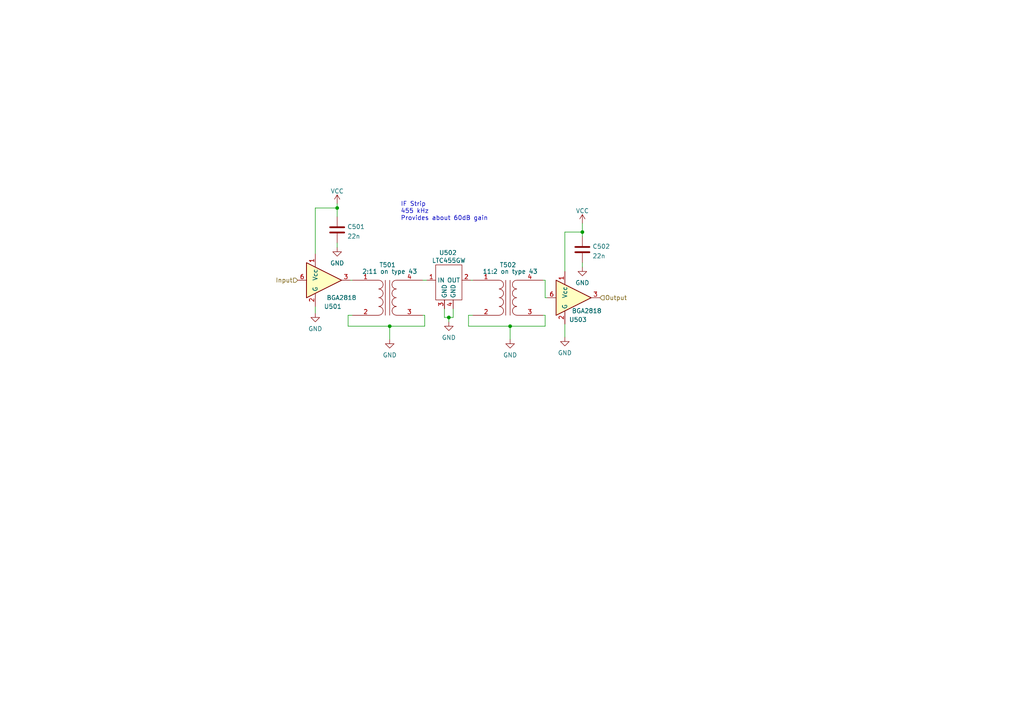
<source format=kicad_sch>
(kicad_sch (version 20211123) (generator eeschema)
  (paper "A4")
  (lib_symbols
    (symbol "Device:C" (pin_numbers hide) (pin_names (offset 0.254))
      (property "Reference" "C" (at 0.635 2.54 0))
      (property "Value" "C" (at 0.635 -2.54 0))
      (symbol "C_0_1"
        (polyline (pts (xy -2.032 -0.762) (xy 2.032 -0.762)) (stroke (width 0.508)))
        (polyline (pts (xy -2.032 0.762) (xy 2.032 0.762)) (stroke (width 0.508)))
      )
      (symbol "C_1_1"
        (pin passive line (at 0 3.81 270) (length 2.794) (name "~") (number "1"))
        (pin passive line (at 0 -3.81 90) (length 2.794) (name "~") (number "2"))
      )
    )
    (symbol "Device:Transformer_1P_1S" (pin_names (offset 1.016) hide)
      (property "Reference" "T" (at 0 6.35 0))
      (property "Value" "Transformer_1P_1S" (at 0 -7.62 0))
      (symbol "Transformer_1P_1S_0_1"
        (arc (start -2.54 -5.0546) (mid -1.6561 -4.6863) (end -1.27 -3.81))
        (arc (start -2.54 -2.5146) (mid -1.6561 -2.1463) (end -1.27 -1.27))
        (arc (start -2.54 0.0254) (mid -1.6561 0.3937) (end -1.27 1.27))
        (arc (start -2.54 2.5654) (mid -1.6561 2.9337) (end -1.27 3.81))
        (arc (start -1.27 -3.81) (mid -1.642 -2.912) (end -2.54 -2.54))
        (arc (start -1.27 -1.27) (mid -1.642 -0.372) (end -2.54 0))
        (arc (start -1.27 1.27) (mid -1.642 2.168) (end -2.54 2.54))
        (arc (start -1.27 3.81) (mid -1.642 4.708) (end -2.54 5.08))
        (polyline (pts (xy -0.635 5.08) (xy -0.635 -5.08)))
        (polyline (pts (xy 0.635 -5.08) (xy 0.635 5.08)))
        (arc (start 1.2954 -1.27) (mid 1.6599 -2.1501) (end 2.54 -2.5146))
        (arc (start 1.2954 1.27) (mid 1.6599 0.3899) (end 2.54 0.0254))
        (arc (start 1.2954 3.81) (mid 1.6599 2.9299) (end 2.54 2.5654))
        (arc (start 1.3208 -3.81) (mid 1.6853 -4.6901) (end 2.5654 -5.0546))
        (arc (start 2.54 0) (mid 1.6456 -0.3683) (end 1.2954 -1.27))
        (arc (start 2.54 2.54) (mid 1.6456 2.1717) (end 1.2954 1.27))
        (arc (start 2.54 5.08) (mid 1.6456 4.7117) (end 1.2954 3.81))
        (arc (start 2.5654 -2.54) (mid 1.671 -2.9083) (end 1.3208 -3.81))
      )
      (symbol "Transformer_1P_1S_1_1"
        (pin passive line (at -10.16 5.08 0) (length 7.62) (name "AA") (number "1"))
        (pin passive line (at -10.16 -5.08 0) (length 7.62) (name "AB") (number "2"))
        (pin passive line (at 10.16 -5.08 180) (length 7.62) (name "SA") (number "3"))
        (pin passive line (at 10.16 5.08 180) (length 7.62) (name "SB") (number "4"))
      )
    )
    (symbol "RF_Amplifier:BGA2818"
      (property "Reference" "U" (at 2.54 6.35 0))
      (property "Value" "BGA2818" (at 3.81 3.81 0))
      (symbol "BGA2818_0_1"
        (polyline (pts (xy 5.08 0) (xy -5.08 5.08) (xy -5.08 -5.08) (xy 5.08 0)) (stroke (width 0.254)) (fill (type background)))
      )
      (symbol "BGA2818_1_1"
        (pin power_in line (at -2.54 7.62 270) (length 3.81) (name "Vcc") (number "1"))
        (pin power_in line (at -2.54 -7.62 90) (length 3.81) (name "G") (number "2"))
        (pin output line (at 7.62 0 180) (length 2.54) (name "~") (number "3"))
        (pin passive line (at -2.54 -7.62 90) (length 3.81) hide (name "G") (number "4"))
        (pin passive line (at -2.54 -7.62 90) (length 3.81) hide (name "G") (number "5"))
        (pin input line (at -7.62 0 0) (length 2.54) (name "~") (number "6"))
      )
    )
    (symbol "components:WTL6R60427VH"
      (property "Reference" "U5" (at -0.254 8.6147 0))
      (property "Value" "LTC455GW" (at 0 6.35 0))
      (symbol "WTL6R60427VH_0_0"
        (pin power_in line (at -1.27 -7.62 90) (length 2.54) (name "GND") (number "3"))
        (pin power_in line (at 1.27 -7.62 90) (length 2.54) (name "GND") (number "4"))
      )
      (symbol "WTL6R60427VH_0_1"
        (rectangle (start -3.81 5.08) (end 3.81 -5.08) (stroke (width 0.1524)))
      )
      (symbol "WTL6R60427VH_1_1"
        (pin input line (at -6.35 0.635 0) (length 2.54) (name "IN") (number "1"))
        (pin output line (at 6.35 0.635 180) (length 2.54) (name "OUT") (number "2"))
      )
    )
    (symbol "power:GND" (power) (pin_names (offset 0))
      (property "Value" "GND" (at 0 -3.81 0))
      (symbol "GND_0_1"
        (polyline (pts (xy 0 0) (xy 0 -1.27) (xy 1.27 -1.27) (xy 0 -2.54) (xy -1.27 -1.27) (xy 0 -1.27)))
      )
      (symbol "GND_1_1"
        (pin power_in line (at 0 0 270) (length 0) hide (name "GND") (number "1"))
      )
    )
    (symbol "power:VCC" (power) (pin_names (offset 0))
      (property "Value" "VCC" (at 0 3.81 0))
      (symbol "VCC_0_1"
        (polyline (pts (xy -0.762 1.27) (xy 0 2.54)))
        (polyline (pts (xy 0 0) (xy 0 2.54)))
        (polyline (pts (xy 0 2.54) (xy 0.762 1.27)))
      )
      (symbol "VCC_1_1"
        (pin power_in line (at 0 0 90) (length 0) hide (name "VCC") (number "1"))
      )
    )
  )
  (junction (at 147.955 94.615))
  (junction (at 130.175 92.075))
  (junction (at 113.03 94.615))
  (junction (at 168.91 67.31))
  (junction (at 97.79 60.325))
  (wire (pts (xy 102.235 91.44) (xy 100.965 91.44)))
  (wire (pts (xy 113.03 94.615) (xy 113.03 98.425)))
  (wire (pts (xy 158.115 81.28) (xy 158.115 86.36)))
  (wire (pts (xy 100.965 91.44) (xy 100.965 94.615)))
  (wire (pts (xy 135.89 94.615) (xy 147.955 94.615)))
  (wire (pts (xy 147.955 94.615) (xy 147.955 98.425)))
  (wire (pts (xy 163.83 93.98) (xy 163.83 97.79)))
  (wire (pts (xy 101.6 81.28) (xy 102.235 81.28)))
  (wire (pts (xy 158.115 94.615) (xy 147.955 94.615)))
  (wire (pts (xy 91.44 88.9) (xy 91.44 90.805)))
  (wire (pts (xy 157.48 81.28) (xy 158.115 81.28)))
  (wire (pts (xy 97.79 59.055) (xy 97.79 60.325)))
  (wire (pts (xy 131.445 92.075) (xy 131.445 89.535)))
  (wire (pts (xy 163.83 67.31) (xy 168.91 67.31)))
  (wire (pts (xy 168.91 67.31) (xy 168.91 68.58)))
  (wire (pts (xy 128.905 92.075) (xy 130.175 92.075)))
  (wire (pts (xy 136.525 81.28) (xy 137.16 81.28)))
  (wire (pts (xy 122.555 81.28) (xy 123.825 81.28)))
  (wire (pts (xy 130.175 92.075) (xy 130.175 93.345)))
  (wire (pts (xy 168.91 64.77) (xy 168.91 67.31)))
  (wire (pts (xy 100.965 94.615) (xy 113.03 94.615)))
  (wire (pts (xy 97.79 60.325) (xy 97.79 62.865)))
  (wire (pts (xy 157.48 91.44) (xy 158.115 91.44)))
  (wire (pts (xy 168.91 76.2) (xy 168.91 77.47)))
  (wire (pts (xy 158.115 91.44) (xy 158.115 94.615)))
  (wire (pts (xy 158.115 86.36) (xy 158.75 86.36)))
  (wire (pts (xy 123.19 91.44) (xy 123.19 94.615)))
  (wire (pts (xy 163.83 78.74) (xy 163.83 67.31)))
  (wire (pts (xy 128.905 89.535) (xy 128.905 92.075)))
  (wire (pts (xy 97.79 70.485) (xy 97.79 71.755)))
  (wire (pts (xy 137.16 91.44) (xy 135.89 91.44)))
  (wire (pts (xy 122.555 91.44) (xy 123.19 91.44)))
  (wire (pts (xy 91.44 73.66) (xy 91.44 60.325)))
  (wire (pts (xy 123.19 94.615) (xy 113.03 94.615)))
  (wire (pts (xy 130.175 92.075) (xy 131.445 92.075)))
  (wire (pts (xy 135.89 91.44) (xy 135.89 94.615)))
  (wire (pts (xy 91.44 60.325) (xy 97.79 60.325)))
  (text "IF Strip\n455 kHz\nProvides about 60dB gain" (at 116.205 64.135 0) (effects (font (size 1.27 1.27)) (justify left bottom)))
  (hierarchical_label "Input" (shape input) (at 86.36 81.28 180))
  (hierarchical_label "Output" (shape input) (at 173.99 86.36 0))
  (symbol (lib_id "power:GND") (at 91.44 90.805 0) (unit 1)
    (property "Reference" "#PWR0501" (effects hide))
    (property "Value" "GND" (at 91.44 95.3675 0))
  )
  (symbol (lib_id "power:GND") (at 168.91 77.47 0) (unit 1)
    (property "Reference" "#PWR0509" (effects hide))
    (property "Value" "GND" (at 168.91 82.0325 0))
  )
  (symbol (lib_id "Device:C") (at 168.91 72.39 0) (unit 1)
    (property "Reference" "C502" (at 171.831 71.4815 0) (effects (justify left)))
    (property "Value" "22n" (at 171.831 74.2566 0) (effects (justify left)))
  )
  (symbol (lib_id "RF_Amplifier:BGA2818") (at 93.98 81.28 0) (unit 1)
    (property "Reference" "U501" (at 96.52 88.9 0))
    (property "Value" "BGA2818" (at 99.06 86.36 0))
    (property "Footprint" "Package_TO_SOT_SMD:SOT-363_SC-70-6" (effects hide))
    (property "Datasheet" "https://www.nxp.com/docs/en/data-sheet/BGA2818.pdf" (effects hide))
  )
  (symbol (lib_id "RF_Amplifier:BGA2818") (at 166.37 86.36 0) (unit 1)
    (property "Reference" "U503" (at 167.64 92.71 0))
    (property "Value" "BGA2818" (at 170.18 90.17 0))
    (property "Footprint" "Package_TO_SOT_SMD:SOT-363_SC-70-6" (effects hide))
    (property "Datasheet" "https://www.nxp.com/docs/en/data-sheet/BGA2818.pdf" (effects hide))
  )
  (symbol (lib_id "Device:Transformer_1P_1S") (at 112.395 86.36 0) (unit 1)
    (property "Reference" "T501" (at 112.395 76.835 0))
    (property "Value" "2:11 on type 43" (at 113.03 78.74 0))
  )
  (symbol (lib_id "power:GND") (at 113.03 98.425 0) (unit 1)
    (property "Reference" "#PWR0504" (effects hide))
    (property "Value" "GND" (at 113.03 102.9875 0))
  )
  (symbol (lib_id "power:VCC") (at 168.91 64.77 0) (unit 1)
    (property "Reference" "#PWR0508" (effects hide))
    (property "Value" "VCC" (at 168.91 61.1655 0))
  )
  (symbol (lib_id "Device:Transformer_1P_1S") (at 147.32 86.36 0) (unit 1)
    (property "Reference" "T502" (at 147.32 76.835 0))
    (property "Value" "11:2 on type 43" (at 147.955 78.74 0))
  )
  (symbol (lib_id "power:GND") (at 97.79 71.755 0) (unit 1)
    (property "Reference" "#PWR0503" (effects hide))
    (property "Value" "GND" (at 97.79 76.3175 0))
  )
  (symbol (lib_id "components:WTL6R60427VH") (at 130.175 81.915 0) (unit 1)
    (property "Reference" "U502" (at 129.921 73.3003 0))
    (property "Value" "LTC455GW" (at 130.175 75.565 0))
    (property "Datasheet" "https://transko.com/img/product/filterCeramic_pdf/11%20LTC455.pdf" (effects hide))
  )
  (symbol (lib_id "power:GND") (at 163.83 97.79 0) (unit 1)
    (property "Reference" "#PWR0507" (effects hide))
    (property "Value" "GND" (at 163.83 102.3525 0))
  )
  (symbol (lib_id "power:GND") (at 147.955 98.425 0) (unit 1)
    (property "Reference" "#PWR0506" (effects hide))
    (property "Value" "GND" (at 147.955 102.9875 0))
  )
  (symbol (lib_id "power:VCC") (at 97.79 59.055 0) (unit 1)
    (property "Reference" "#PWR0502" (effects hide))
    (property "Value" "VCC" (at 97.79 55.4505 0))
  )
  (symbol (lib_id "Device:C") (at 97.79 66.675 0) (unit 1)
    (property "Reference" "C501" (at 100.711 65.7665 0) (effects (justify left)))
    (property "Value" "22n" (at 100.711 68.5416 0) (effects (justify left)))
  )
  (symbol (lib_id "power:GND") (at 130.175 93.345 0) (unit 1)
    (property "Reference" "#PWR0505" (effects hide))
    (property "Value" "GND" (at 130.175 97.9075 0))
  )
)
</source>
